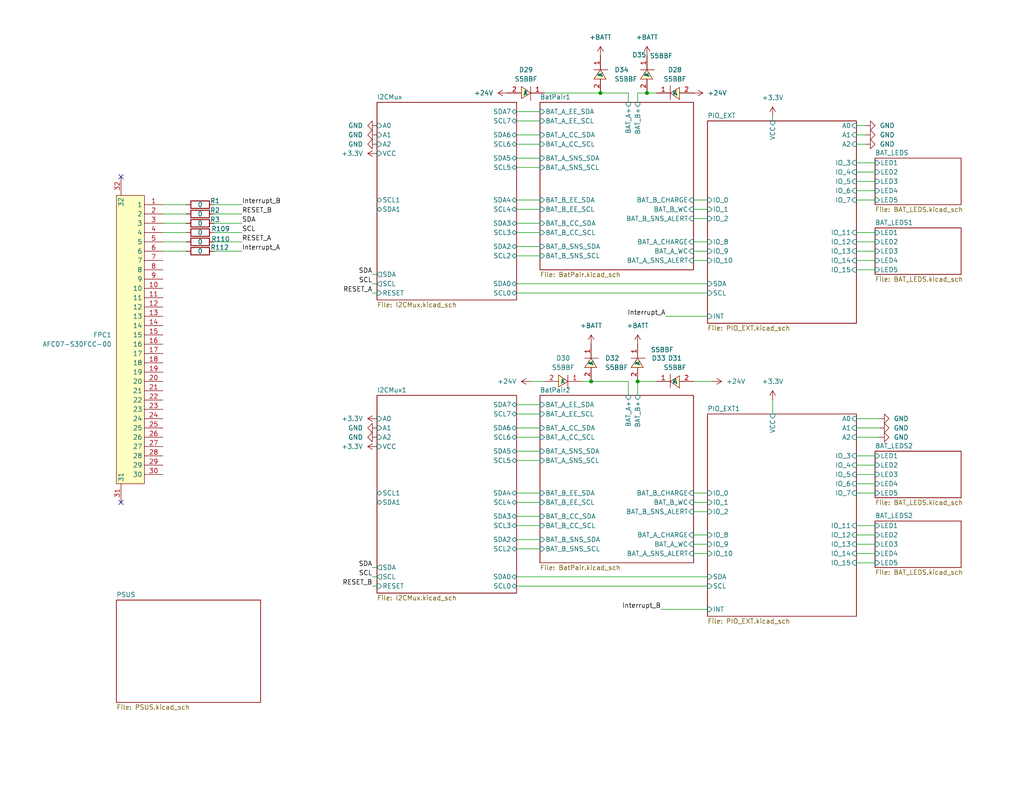
<source format=kicad_sch>
(kicad_sch (version 20250114) (generator "eeschema") (generator_version "9.0")
  (paper "A")
  (lib_symbols
    (symbol "COMPONENTS:AFC07-S30FCC-00"
      (property "Reference" "FPC" (at 0 49.53 0))
      (property "Value" "AFC07-S30FCC-00" (at 0 -49.53 0))
      (symbol "AFC07-S30FCC-00_0_1"
        (rectangle (start -1.27 39.37) (end 6.35 -39.37) (fill (type background)))
        (pin unspecified line (at -6.35 36.83 0) (length 5.08) (name "1") (number "1"))
        (pin unspecified line (at -6.35 34.29 0) (length 5.08) (name "2") (number "2"))
        (pin unspecified line (at -6.35 31.75 0) (length 5.08) (name "3") (number "3"))
        (pin unspecified line (at -6.35 29.21 0) (length 5.08) (name "4") (number "4"))
        (pin unspecified line (at -6.35 26.67 0) (length 5.08) (name "5") (number "5"))
        (pin unspecified line (at -6.35 24.13 0) (length 5.08) (name "6") (number "6"))
        (pin unspecified line (at -6.35 21.59 0) (length 5.08) (name "7") (number "7"))
        (pin unspecified line (at -6.35 19.05 0) (length 5.08) (name "8") (number "8"))
        (pin unspecified line (at -6.35 16.51 0) (length 5.08) (name "9") (number "9"))
        (pin unspecified line (at -6.35 13.97 0) (length 5.08) (name "10") (number "10"))
        (pin unspecified line (at -6.35 11.43 0) (length 5.08) (name "11") (number "11"))
        (pin unspecified line (at -6.35 8.89 0) (length 5.08) (name "12") (number "12"))
        (pin unspecified line (at -6.35 6.35 0) (length 5.08) (name "13") (number "13"))
        (pin unspecified line (at -6.35 3.81 0) (length 5.08) (name "14") (number "14"))
        (pin unspecified line (at -6.35 1.27 0) (length 5.08) (name "15") (number "15"))
        (pin unspecified line (at -6.35 -1.27 0) (length 5.08) (name "16") (number "16"))
        (pin unspecified line (at -6.35 -3.81 0) (length 5.08) (name "17") (number "17"))
        (pin unspecified line (at -6.35 -6.35 0) (length 5.08) (name "18") (number "18"))
        (pin unspecified line (at -6.35 -8.89 0) (length 5.08) (name "19") (number "19"))
        (pin unspecified line (at -6.35 -11.43 0) (length 5.08) (name "20") (number "20"))
        (pin unspecified line (at -6.35 -13.97 0) (length 5.08) (name "21") (number "21"))
        (pin unspecified line (at -6.35 -16.51 0) (length 5.08) (name "22") (number "22"))
        (pin unspecified line (at -6.35 -19.05 0) (length 5.08) (name "23") (number "23"))
        (pin unspecified line (at -6.35 -21.59 0) (length 5.08) (name "24") (number "24"))
        (pin unspecified line (at -6.35 -24.13 0) (length 5.08) (name "25") (number "25"))
        (pin unspecified line (at -6.35 -26.67 0) (length 5.08) (name "26") (number "26"))
        (pin unspecified line (at -6.35 -29.21 0) (length 5.08) (name "27") (number "27"))
        (pin unspecified line (at -6.35 -31.75 0) (length 5.08) (name "28") (number "28"))
        (pin unspecified line (at -6.35 -34.29 0) (length 5.08) (name "29") (number "29"))
        (pin unspecified line (at -6.35 -36.83 0) (length 5.08) (name "30") (number "30"))
        (pin unspecified line (at 5.08 44.45 270) (length 5.08) (name "32") (number "32"))
        (pin unspecified line (at 5.08 -44.45 90) (length 5.08) (name "31") (number "31"))
      )
    )
    (symbol "COMPONENTS:S5BBF"
      (property "Reference" "D" (at 0 5.08 0))
      (property "Value" "S5BBF" (at 0 -5.08 0))
      (symbol "S5BBF_0_1"
        (polyline (pts (xy -1.27 2.03) (xy -1.27 0) (xy -1.27 -1.78)))
        (polyline (pts (xy 1.27 1.52) (xy -1.27 0) (xy 1.27 -1.78) (xy 1.27 1.52)) (fill (type background)))
        (pin unspecified line (at -5.08 0 0) (length 3.81) (name "K") (number "1"))
        (pin unspecified line (at 5.08 0 180) (length 3.81) (name "A") (number "2"))
      )
    )
    (symbol "Device:R" (pin_numbers (hide yes)) (pin_names (offset 0))
      (property "Reference" "R" (at 2.032 0 90))
      (property "Value" "R" (at 0 0 90))
      (symbol "R_0_1"
        (rectangle (start -1.016 -2.54) (end 1.016 2.54) (stroke (width 0.254)))
      )
      (symbol "R_1_1"
        (pin passive line (at 0 3.81 270) (length 1.27) (name "~") (number "1"))
        (pin passive line (at 0 -3.81 90) (length 1.27) (name "~") (number "2"))
      )
    )
    (symbol "power:+24V" (power) (pin_numbers (hide yes)) (pin_names (offset 0) (hide yes))
      (property "Value" "+24V" (at 0 3.556 0))
      (symbol "+24V_0_1"
        (polyline (pts (xy -0.762 1.27) (xy 0 2.54)))
        (polyline (pts (xy 0 2.54) (xy 0.762 1.27)))
        (polyline (pts (xy 0 0) (xy 0 2.54)))
      )
      (symbol "+24V_1_1"
        (pin power_in line (at 0 0 90) (length 0) (name "~") (number "1"))
      )
    )
    (symbol "power:+3.3V" (power) (pin_numbers (hide yes)) (pin_names (offset 0) (hide yes))
      (property "Value" "+3.3V" (at 0 3.556 0))
      (symbol "+3.3V_0_1"
        (polyline (pts (xy -0.762 1.27) (xy 0 2.54)))
        (polyline (pts (xy 0 2.54) (xy 0.762 1.27)))
        (polyline (pts (xy 0 0) (xy 0 2.54)))
      )
      (symbol "+3.3V_1_1"
        (pin power_in line (at 0 0 90) (length 0) (name "~") (number "1"))
      )
    )
    (symbol "power:+BATT" (power) (pin_numbers (hide yes)) (pin_names (offset 0) (hide yes))
      (property "Value" "+BATT" (at 0 3.556 0))
      (symbol "+BATT_0_1"
        (polyline (pts (xy -0.762 1.27) (xy 0 2.54)))
        (polyline (pts (xy 0 2.54) (xy 0.762 1.27)))
        (polyline (pts (xy 0 0) (xy 0 2.54)))
      )
      (symbol "+BATT_1_1"
        (pin power_in line (at 0 0 90) (length 0) (name "~") (number "1"))
      )
    )
    (symbol "power:GND" (power) (pin_numbers (hide yes)) (pin_names (offset 0) (hide yes))
      (property "Value" "GND" (at 0 -3.81 0))
      (symbol "GND_0_1"
        (polyline (pts (xy 0 0) (xy 0 -1.27) (xy 1.27 -1.27) (xy 0 -2.54) (xy -1.27 -1.27) (xy 0 -1.27)))
      )
      (symbol "GND_1_1"
        (pin power_in line (at 0 0 270) (length 0) (name "~") (number "1"))
      )
    )
  )
  (junction (at 163.83 25.4))
  (junction (at 161.29 104.14))
  (junction (at 173.99 104.14))
  (junction (at 176.53 25.4))
  (no_connect (at 33.02 137.16))
  (no_connect (at 33.02 48.26))
  (wire (pts (xy 140.97 54.61) (xy 147.32 54.61)))
  (wire (pts (xy 140.97 36.83) (xy 147.32 36.83)))
  (wire (pts (xy 173.99 104.14) (xy 173.99 107.95)))
  (wire (pts (xy 240.03 116.84) (xy 233.68 116.84)))
  (wire (pts (xy 140.97 63.5) (xy 147.32 63.5)))
  (wire (pts (xy 236.22 36.83) (xy 233.68 36.83)))
  (wire (pts (xy 189.23 151.13) (xy 193.04 151.13)))
  (wire (pts (xy 233.68 63.5) (xy 238.76 63.5)))
  (wire (pts (xy 140.97 140.97) (xy 147.32 140.97)))
  (wire (pts (xy 50.8 68.58) (xy 44.45 68.58)))
  (wire (pts (xy 140.97 77.47) (xy 193.04 77.47)))
  (wire (pts (xy 179.07 25.4) (xy 176.53 25.4)))
  (wire (pts (xy 101.6 157.48) (xy 102.87 157.48)))
  (wire (pts (xy 144.78 104.14) (xy 148.59 104.14)))
  (wire (pts (xy 179.07 104.14) (xy 173.99 104.14)))
  (wire (pts (xy 140.97 33.02) (xy 147.32 33.02)))
  (wire (pts (xy 236.22 34.29) (xy 233.68 34.29)))
  (wire (pts (xy 140.97 149.86) (xy 147.32 149.86)))
  (wire (pts (xy 189.23 57.15) (xy 193.04 57.15)))
  (wire (pts (xy 158.75 104.14) (xy 161.29 104.14)))
  (wire (pts (xy 189.23 104.14) (xy 194.31 104.14)))
  (wire (pts (xy 233.68 127) (xy 238.76 127)))
  (wire (pts (xy 66.04 63.5) (xy 58.42 63.5)))
  (wire (pts (xy 233.68 46.99) (xy 238.76 46.99)))
  (wire (pts (xy 189.23 139.7) (xy 193.04 139.7)))
  (wire (pts (xy 240.03 119.38) (xy 233.68 119.38)))
  (wire (pts (xy 140.97 157.48) (xy 193.04 157.48)))
  (wire (pts (xy 140.97 39.37) (xy 147.32 39.37)))
  (wire (pts (xy 58.42 55.88) (xy 66.04 55.88)))
  (wire (pts (xy 140.97 45.72) (xy 147.32 45.72)))
  (wire (pts (xy 233.68 146.05) (xy 238.76 146.05)))
  (wire (pts (xy 189.23 148.59) (xy 193.04 148.59)))
  (wire (pts (xy 140.97 60.96) (xy 147.32 60.96)))
  (wire (pts (xy 233.68 132.08) (xy 238.76 132.08)))
  (wire (pts (xy 66.04 66.04) (xy 58.42 66.04)))
  (wire (pts (xy 140.97 43.18) (xy 147.32 43.18)))
  (wire (pts (xy 140.97 116.84) (xy 147.32 116.84)))
  (wire (pts (xy 140.97 147.32) (xy 147.32 147.32)))
  (wire (pts (xy 44.45 55.88) (xy 50.8 55.88)))
  (wire (pts (xy 66.04 58.42) (xy 58.42 58.42)))
  (wire (pts (xy 233.68 148.59) (xy 238.76 148.59)))
  (wire (pts (xy 233.68 52.07) (xy 238.76 52.07)))
  (wire (pts (xy 233.68 134.62) (xy 238.76 134.62)))
  (wire (pts (xy 233.68 129.54) (xy 238.76 129.54)))
  (wire (pts (xy 50.8 63.5) (xy 44.45 63.5)))
  (wire (pts (xy 233.68 151.13) (xy 238.76 151.13)))
  (wire (pts (xy 148.59 25.4) (xy 163.83 25.4)))
  (wire (pts (xy 189.23 134.62) (xy 193.04 134.62)))
  (wire (pts (xy 101.6 80.01) (xy 102.87 80.01)))
  (wire (pts (xy 66.04 68.58) (xy 58.42 68.58)))
  (wire (pts (xy 171.45 104.14) (xy 171.45 107.95)))
  (wire (pts (xy 140.97 57.15) (xy 147.32 57.15)))
  (wire (pts (xy 140.97 67.31) (xy 147.32 67.31)))
  (wire (pts (xy 140.97 123.19) (xy 147.32 123.19)))
  (wire (pts (xy 140.97 30.48) (xy 147.32 30.48)))
  (wire (pts (xy 233.68 153.67) (xy 238.76 153.67)))
  (wire (pts (xy 233.68 124.46) (xy 238.76 124.46)))
  (wire (pts (xy 233.68 49.53) (xy 238.76 49.53)))
  (wire (pts (xy 140.97 137.16) (xy 147.32 137.16)))
  (wire (pts (xy 176.53 25.4) (xy 173.99 25.4)))
  (wire (pts (xy 189.23 68.58) (xy 193.04 68.58)))
  (wire (pts (xy 140.97 134.62) (xy 147.32 134.62)))
  (wire (pts (xy 140.97 143.51) (xy 147.32 143.51)))
  (wire (pts (xy 140.97 119.38) (xy 147.32 119.38)))
  (wire (pts (xy 236.22 39.37) (xy 233.68 39.37)))
  (wire (pts (xy 50.8 60.96) (xy 44.45 60.96)))
  (wire (pts (xy 140.97 125.73) (xy 147.32 125.73)))
  (wire (pts (xy 173.99 25.4) (xy 173.99 27.94)))
  (wire (pts (xy 233.68 66.04) (xy 238.76 66.04)))
  (wire (pts (xy 189.23 59.69) (xy 193.04 59.69)))
  (wire (pts (xy 101.6 77.47) (xy 102.87 77.47)))
  (wire (pts (xy 101.6 74.93) (xy 102.87 74.93)))
  (wire (pts (xy 189.23 146.05) (xy 193.04 146.05)))
  (wire (pts (xy 189.23 54.61) (xy 193.04 54.61)))
  (wire (pts (xy 101.6 160.02) (xy 102.87 160.02)))
  (wire (pts (xy 50.8 66.04) (xy 44.45 66.04)))
  (wire (pts (xy 189.23 137.16) (xy 193.04 137.16)))
  (wire (pts (xy 210.82 109.22) (xy 210.82 113.03)))
  (wire (pts (xy 210.82 31.75) (xy 210.82 33.02)))
  (wire (pts (xy 171.45 25.4) (xy 171.45 27.94)))
  (wire (pts (xy 240.03 114.3) (xy 233.68 114.3)))
  (wire (pts (xy 233.68 71.12) (xy 238.76 71.12)))
  (wire (pts (xy 140.97 80.01) (xy 193.04 80.01)))
  (wire (pts (xy 233.68 44.45) (xy 238.76 44.45)))
  (wire (pts (xy 189.23 71.12) (xy 193.04 71.12)))
  (wire (pts (xy 180.34 166.37) (xy 193.04 166.37)))
  (wire (pts (xy 189.23 66.04) (xy 193.04 66.04)))
  (wire (pts (xy 163.83 25.4) (xy 171.45 25.4)))
  (wire (pts (xy 140.97 113.03) (xy 147.32 113.03)))
  (wire (pts (xy 50.8 58.42) (xy 44.45 58.42)))
  (wire (pts (xy 140.97 160.02) (xy 193.04 160.02)))
  (wire (pts (xy 140.97 69.85) (xy 147.32 69.85)))
  (wire (pts (xy 181.61 86.36) (xy 193.04 86.36)))
  (wire (pts (xy 233.68 68.58) (xy 238.76 68.58)))
  (wire (pts (xy 233.68 54.61) (xy 238.76 54.61)))
  (wire (pts (xy 140.97 110.49) (xy 147.32 110.49)))
  (wire (pts (xy 101.6 154.94) (xy 102.87 154.94)))
  (wire (pts (xy 161.29 104.14) (xy 171.45 104.14)))
  (wire (pts (xy 233.68 73.66) (xy 238.76 73.66)))
  (wire (pts (xy 66.04 60.96) (xy 58.42 60.96)))
  (wire (pts (xy 233.68 143.51) (xy 238.76 143.51)))
  (label "RESET_B" (at 101.6 160.02 180))
  (label "SDA" (at 101.6 154.94 180))
  (label "RESET_A" (at 66.04 66.04 0))
  (label "RESET_A" (at 101.6 80.01 180))
  (label "RESET_B" (at 66.04 58.42 0))
  (label "Interrupt_B" (at 66.04 55.88 0))
  (label "SCL" (at 66.04 63.5 0))
  (label "Interrupt_B" (at 180.34 166.37 180))
  (label "SDA" (at 66.04 60.96 0))
  (label "Interrupt_A" (at 181.61 86.36 180))
  (label "SDA" (at 101.6 74.93 180))
  (label "SCL" (at 101.6 157.48 180))
  (label "SCL" (at 101.6 77.47 180))
  (label "Interrupt_A" (at 66.04 68.58 0))
  (symbol (lib_id "COMPONENTS:S5BBF") (at 161.29 99.06 270) (unit 1)
    (property "Reference" "D32" (at 165.1 97.7899 90) (effects (justify left)))
    (property "Value" "S5BBF" (at 165.1 100.3299 90) (effects (justify left)))
    (property "Footprint" "COMPONENTS:SMBF_L4.3-W3.6-LS5.3-RD" (effects (hide yes)))
    (property "Datasheet" "https://lcsc.com/product-detail/New-Quadratic-Unclassified-Data_Shikues-S5BBF_C475750.html" (effects (hide yes)))
    (property "LCSC Part" "C475750" (effects (hide yes)))
  )
  (symbol (lib_id "Device:R") (at 54.61 63.5 90) (unit 1)
    (property "Reference" "R109" (at 60.198 62.484 90))
    (property "Value" "0" (at 54.61 63.5 90))
    (property "Footprint" "Resistor_SMD:R_1206_3216Metric_Pad1.30x1.75mm_HandSolder" (effects (hide yes)))
    (property "Description" "Resistor" (effects (hide yes)))
  )
  (symbol (lib_id "power:+3.3V") (at 102.87 121.92 90) (unit 1)
    (property "Reference" "#PWR095" (effects (hide yes)))
    (property "Value" "+3.3V" (at 99.06 121.9199 90) (effects (justify left)))
    (property "Description" "Power symbol creates a global label with name \"+3.3V\"" (effects (hide yes)))
  )
  (symbol (lib_id "COMPONENTS:S5BBF") (at 173.99 99.06 270) (unit 1)
    (property "Reference" "D33" (at 177.8 97.7899 90) (effects (justify left)))
    (property "Value" "S5BBF" (at 177.546 95.504 90) (effects (justify left)))
    (property "Footprint" "COMPONENTS:SMBF_L4.3-W3.6-LS5.3-RD" (effects (hide yes)))
    (property "Datasheet" "https://lcsc.com/product-detail/New-Quadratic-Unclassified-Data_Shikues-S5BBF_C475750.html" (effects (hide yes)))
    (property "LCSC Part" "C475750" (effects (hide yes)))
  )
  (symbol (lib_id "power:+24V") (at 194.31 104.14 270) (unit 1)
    (property "Reference" "#PWR0124" (effects (hide yes)))
    (property "Value" "+24V" (at 198.12 104.1401 90) (effects (justify left)))
    (property "Description" "Power symbol creates a global label with name \"+24V\"" (effects (hide yes)))
  )
  (symbol (lib_id "power:+BATT") (at 163.83 15.24 0) (unit 1)
    (property "Reference" "#PWR0127" (effects (hide yes)))
    (property "Value" "+BATT" (at 163.83 10.16 0))
    (property "Description" "Power symbol creates a global label with name \"+BATT\"" (effects (hide yes)))
  )
  (symbol (lib_id "COMPONENTS:S5BBF") (at 184.15 25.4 0) (unit 1)
    (property "Reference" "D28" (at 184.15 19.05 0))
    (property "Value" "S5BBF" (at 184.15 21.59 0))
    (property "Footprint" "COMPONENTS:SMBF_L4.3-W3.6-LS5.3-RD" (effects (hide yes)))
    (property "Datasheet" "https://lcsc.com/product-detail/New-Quadratic-Unclassified-Data_Shikues-S5BBF_C475750.html" (effects (hide yes)))
    (property "LCSC Part" "C475750" (effects (hide yes)))
  )
  (symbol (lib_id "power:+3.3V") (at 210.82 31.75 0) (unit 1)
    (property "Reference" "#PWR02" (effects (hide yes)))
    (property "Value" "+3.3V" (at 210.82 26.67 0))
    (property "Description" "Power symbol creates a global label with name \"+3.3V\"" (effects (hide yes)))
  )
  (symbol (lib_id "power:+24V") (at 144.78 104.14 90) (unit 1)
    (property "Reference" "#PWR0123" (effects (hide yes)))
    (property "Value" "+24V" (at 140.97 104.1399 90) (effects (justify left)))
    (property "Description" "Power symbol creates a global label with name \"+24V\"" (effects (hide yes)))
  )
  (symbol (lib_id "Device:R") (at 54.61 60.96 90) (unit 1)
    (property "Reference" "R3" (at 58.674 59.944 90))
    (property "Value" "0" (at 54.61 60.96 90))
    (property "Footprint" "Resistor_SMD:R_1206_3216Metric_Pad1.30x1.75mm_HandSolder" (effects (hide yes)))
    (property "Description" "Resistor" (effects (hide yes)))
  )
  (symbol (lib_id "power:+3.3V") (at 102.87 41.91 90) (unit 1)
    (property "Reference" "#PWR07" (effects (hide yes)))
    (property "Value" "+3.3V" (at 99.06 41.9099 90) (effects (justify left)))
    (property "Description" "Power symbol creates a global label with name \"+3.3V\"" (effects (hide yes)))
  )
  (symbol (lib_id "power:GND") (at 240.03 114.3 90) (unit 1)
    (property "Reference" "#PWR0144" (effects (hide yes)))
    (property "Value" "GND" (at 243.84 114.2999 90) (effects (justify right)))
    (property "Description" "Power symbol creates a global label with name \"GND\" , ground" (effects (hide yes)))
  )
  (symbol (lib_id "power:GND") (at 102.87 36.83 270) (mirror x) (unit 1)
    (property "Reference" "#PWR09" (effects (hide yes)))
    (property "Value" "GND" (at 99.06 36.8299 90) (effects (justify right)))
    (property "Description" "Power symbol creates a global label with name \"GND\" , ground" (effects (hide yes)))
  )
  (symbol (lib_id "power:GND") (at 102.87 34.29 270) (mirror x) (unit 1)
    (property "Reference" "#PWR08" (effects (hide yes)))
    (property "Value" "GND" (at 99.06 34.2899 90) (effects (justify right)))
    (property "Description" "Power symbol creates a global label with name \"GND\" , ground" (effects (hide yes)))
  )
  (symbol (lib_id "power:GND") (at 236.22 36.83 90) (unit 1)
    (property "Reference" "#PWR04" (effects (hide yes)))
    (property "Value" "GND" (at 240.03 36.8299 90) (effects (justify right)))
    (property "Description" "Power symbol creates a global label with name \"GND\" , ground" (effects (hide yes)))
  )
  (symbol (lib_id "power:+BATT") (at 161.29 93.98 0) (unit 1)
    (property "Reference" "#PWR0120" (effects (hide yes)))
    (property "Value" "+BATT" (at 161.29 88.9 0))
    (property "Description" "Power symbol creates a global label with name \"+BATT\"" (effects (hide yes)))
  )
  (symbol (lib_id "COMPONENTS:S5BBF") (at 163.83 20.32 270) (unit 1)
    (property "Reference" "D34" (at 167.64 19.0499 90) (effects (justify left)))
    (property "Value" "S5BBF" (at 167.64 21.5899 90) (effects (justify left)))
    (property "Footprint" "COMPONENTS:SMBF_L4.3-W3.6-LS5.3-RD" (effects (hide yes)))
    (property "Datasheet" "https://lcsc.com/product-detail/New-Quadratic-Unclassified-Data_Shikues-S5BBF_C475750.html" (effects (hide yes)))
    (property "LCSC Part" "C475750" (effects (hide yes)))
  )
  (symbol (lib_id "power:GND") (at 102.87 116.84 270) (mirror x) (unit 1)
    (property "Reference" "#PWR093" (effects (hide yes)))
    (property "Value" "GND" (at 99.06 116.8399 90) (effects (justify right)))
    (property "Description" "Power symbol creates a global label with name \"GND\" , ground" (effects (hide yes)))
  )
  (symbol (lib_id "COMPONENTS:S5BBF") (at 153.67 104.14 180) (unit 1)
    (property "Reference" "D30" (at 153.67 97.79 0))
    (property "Value" "S5BBF" (at 153.67 100.33 0))
    (property "Footprint" "COMPONENTS:SMBF_L4.3-W3.6-LS5.3-RD" (effects (hide yes)))
    (property "Datasheet" "https://lcsc.com/product-detail/New-Quadratic-Unclassified-Data_Shikues-S5BBF_C475750.html" (effects (hide yes)))
    (property "LCSC Part" "C475750" (effects (hide yes)))
  )
  (symbol (lib_id "COMPONENTS:S5BBF") (at 184.15 104.14 0) (unit 1)
    (property "Reference" "D31" (at 184.15 97.79 0))
    (property "Value" "S5BBF" (at 184.15 100.33 0))
    (property "Footprint" "COMPONENTS:SMBF_L4.3-W3.6-LS5.3-RD" (effects (hide yes)))
    (property "Datasheet" "https://lcsc.com/product-detail/New-Quadratic-Unclassified-Data_Shikues-S5BBF_C475750.html" (effects (hide yes)))
    (property "LCSC Part" "C475750" (effects (hide yes)))
  )
  (symbol (lib_id "power:+BATT") (at 173.99 93.98 0) (unit 1)
    (property "Reference" "#PWR0119" (effects (hide yes)))
    (property "Value" "+BATT" (at 173.99 88.9 0))
    (property "Description" "Power symbol creates a global label with name \"+BATT\"" (effects (hide yes)))
  )
  (symbol (lib_id "power:+3.3V") (at 102.87 114.3 90) (unit 1)
    (property "Reference" "#PWR0179" (effects (hide yes)))
    (property "Value" "+3.3V" (at 99.06 114.2999 90) (effects (justify left)))
    (property "Description" "Power symbol creates a global label with name \"+3.3V\"" (effects (hide yes)))
  )
  (symbol (lib_id "Device:R") (at 54.61 68.58 90) (unit 1)
    (property "Reference" "R112" (at 59.944 67.564 90))
    (property "Value" "0" (at 54.61 68.58 90))
    (property "Footprint" "Resistor_SMD:R_1206_3216Metric_Pad1.30x1.75mm_HandSolder" (effects (hide yes)))
    (property "Description" "Resistor" (effects (hide yes)))
  )
  (symbol (lib_id "power:GND") (at 102.87 119.38 270) (mirror x) (unit 1)
    (property "Reference" "#PWR094" (effects (hide yes)))
    (property "Value" "GND" (at 99.06 119.3799 90) (effects (justify right)))
    (property "Description" "Power symbol creates a global label with name \"GND\" , ground" (effects (hide yes)))
  )
  (symbol (lib_id "power:GND") (at 236.22 39.37 90) (unit 1)
    (property "Reference" "#PWR03" (effects (hide yes)))
    (property "Value" "GND" (at 240.03 39.3699 90) (effects (justify right)))
    (property "Description" "Power symbol creates a global label with name \"GND\" , ground" (effects (hide yes)))
  )
  (symbol (lib_id "Device:R") (at 54.61 66.04 90) (unit 1)
    (property "Reference" "R110" (at 60.198 65.278 90))
    (property "Value" "0" (at 54.61 66.04 90))
    (property "Footprint" "Resistor_SMD:R_1206_3216Metric_Pad1.30x1.75mm_HandSolder" (effects (hide yes)))
    (property "Description" "Resistor" (effects (hide yes)))
  )
  (symbol (lib_id "COMPONENTS:S5BBF") (at 176.53 20.32 270) (unit 1)
    (property "Reference" "D35" (at 172.466 14.986 90) (effects (justify left)))
    (property "Value" "S5BBF" (at 177.292 15.24 90) (effects (justify left)))
    (property "Footprint" "COMPONENTS:SMBF_L4.3-W3.6-LS5.3-RD" (effects (hide yes)))
    (property "Datasheet" "https://lcsc.com/product-detail/New-Quadratic-Unclassified-Data_Shikues-S5BBF_C475750.html" (effects (hide yes)))
    (property "LCSC Part" "C475750" (effects (hide yes)))
  )
  (symbol (lib_id "power:+24V") (at 138.43 25.4 90) (unit 1)
    (property "Reference" "#PWR0121" (effects (hide yes)))
    (property "Value" "+24V" (at 134.62 25.3999 90) (effects (justify left)))
    (property "Description" "Power symbol creates a global label with name \"+24V\"" (effects (hide yes)))
  )
  (symbol (lib_id "power:+3.3V") (at 210.82 109.22 0) (unit 1)
    (property "Reference" "#PWR0142" (effects (hide yes)))
    (property "Value" "+3.3V" (at 210.82 104.14 0))
    (property "Description" "Power symbol creates a global label with name \"+3.3V\"" (effects (hide yes)))
  )
  (symbol (lib_id "Device:R") (at 54.61 55.88 90) (unit 1)
    (property "Reference" "R1" (at 58.674 54.864 90))
    (property "Value" "0" (at 54.61 55.88 90))
    (property "Footprint" "Resistor_SMD:R_1206_3216Metric_Pad1.30x1.75mm_HandSolder" (effects (hide yes)))
    (property "Description" "Resistor" (effects (hide yes)))
  )
  (symbol (lib_id "power:+BATT") (at 176.53 15.24 0) (unit 1)
    (property "Reference" "#PWR0128" (effects (hide yes)))
    (property "Value" "+BATT" (at 176.53 10.16 0))
    (property "Description" "Power symbol creates a global label with name \"+BATT\"" (effects (hide yes)))
  )
  (symbol (lib_id "power:GND") (at 240.03 119.38 90) (unit 1)
    (property "Reference" "#PWR0146" (effects (hide yes)))
    (property "Value" "GND" (at 243.84 119.3799 90) (effects (justify right)))
    (property "Description" "Power symbol creates a global label with name \"GND\" , ground" (effects (hide yes)))
  )
  (symbol (lib_id "power:GND") (at 102.87 39.37 270) (mirror x) (unit 1)
    (property "Reference" "#PWR010" (effects (hide yes)))
    (property "Value" "GND" (at 99.06 39.3699 90) (effects (justify right)))
    (property "Description" "Power symbol creates a global label with name \"GND\" , ground" (effects (hide yes)))
  )
  (symbol (lib_id "COMPONENTS:AFC07-S30FCC-00") (at 38.1 92.71 0) (mirror y) (unit 1)
    (property "Reference" "FPC1" (at 30.48 91.4399 0) (effects (justify left)))
    (property "Value" "AFC07-S30FCC-00" (at 30.48 93.9799 0) (effects (justify left)))
    (property "Footprint" "COMPONENTS:FPC-SMD_P0.50-30P_LCSXJ-H2.0" (effects (hide yes)))
    (property "Datasheet" "https://lcsc.com/product-detail/Others_JUSHUO-AFC07-S30FCC-00_C262218.html" (effects (hide yes)))
    (property "LCSC Part" "C262218" (effects (hide yes)))
  )
  (symbol (lib_id "COMPONENTS:S5BBF") (at 143.51 25.4 180) (unit 1)
    (property "Reference" "D29" (at 143.51 19.05 0))
    (property "Value" "S5BBF" (at 143.51 21.59 0))
    (property "Footprint" "COMPONENTS:SMBF_L4.3-W3.6-LS5.3-RD" (effects (hide yes)))
    (property "Datasheet" "https://lcsc.com/product-detail/New-Quadratic-Unclassified-Data_Shikues-S5BBF_C475750.html" (effects (hide yes)))
    (property "LCSC Part" "C475750" (effects (hide yes)))
  )
  (symbol (lib_id "power:+24V") (at 189.23 25.4 270) (unit 1)
    (property "Reference" "#PWR0122" (effects (hide yes)))
    (property "Value" "+24V" (at 193.04 25.4001 90) (effects (justify left)))
    (property "Description" "Power symbol creates a global label with name \"+24V\"" (effects (hide yes)))
  )
  (symbol (lib_id "power:GND") (at 240.03 116.84 90) (unit 1)
    (property "Reference" "#PWR0145" (effects (hide yes)))
    (property "Value" "GND" (at 243.84 116.8399 90) (effects (justify right)))
    (property "Description" "Power symbol creates a global label with name \"GND\" , ground" (effects (hide yes)))
  )
  (symbol (lib_id "power:GND") (at 236.22 34.29 90) (unit 1)
    (property "Reference" "#PWR05" (effects (hide yes)))
    (property "Value" "GND" (at 240.03 34.2899 90) (effects (justify right)))
    (property "Description" "Power symbol creates a global label with name \"GND\" , ground" (effects (hide yes)))
  )
  (symbol (lib_id "Device:R") (at 54.61 58.42 90) (unit 1)
    (property "Reference" "R2" (at 58.674 57.404 90))
    (property "Value" "0" (at 54.61 58.42 90))
    (property "Footprint" "Resistor_SMD:R_1206_3216Metric_Pad1.30x1.75mm_HandSolder" (effects (hide yes)))
    (property "Description" "Resistor" (effects (hide yes)))
  )
  (sheet (at 193.04 113.03) (size 40.64 55.245) (stroke (width 0.1524))
    (property "Sheetname" "PIO_EXT1" (at 193.04 112.3184 0) (effects (justify left bottom)))
    (property "Sheetfile" "PIO_EXT.kicad_sch" (at 193.04 168.8596 0) (effects (justify left top)))
    (pin "A0" input (at 233.68 114.3 0))
    (pin "A1" input (at 233.68 116.84 0))
    (pin "A2" input (at 233.68 119.38 0))
    (pin "INT" input (at 193.04 166.37 180))
    (pin "IO_0" input (at 193.04 134.62 180))
    (pin "IO_1" input (at 193.04 137.16 180))
    (pin "IO_2" input (at 193.04 139.7 180))
    (pin "IO_3" input (at 233.68 124.46 0))
    (pin "IO_4" input (at 233.68 127 0))
    (pin "IO_5" input (at 233.68 129.54 0))
    (pin "IO_6" input (at 233.68 132.08 0))
    (pin "IO_7" input (at 233.68 134.62 0))
    (pin "IO_8" input (at 193.04 146.05 180))
    (pin "IO_9" input (at 193.04 148.59 180))
    (pin "IO_10" input (at 193.04 151.13 180))
    (pin "IO_11" input (at 233.68 143.51 0))
    (pin "IO_12" input (at 233.68 146.05 0))
    (pin "IO_13" input (at 233.68 148.59 0))
    (pin "IO_14" input (at 233.68 151.13 0))
    (pin "IO_15" input (at 233.68 153.67 0))
    (pin "SCL" input (at 193.04 160.02 180))
    (pin "SDA" input (at 193.04 157.48 180))
    (pin "VCC" input (at 210.82 113.03 90))
  )
  (sheet (at 238.76 123.19) (size 23.495 12.7) (stroke (width 0.1524))
    (property "Sheetname" "BAT_LEDS2" (at 238.76 122.4784 0) (effects (justify left bottom)))
    (property "Sheetfile" "BAT_LEDS.kicad_sch" (at 238.76 136.4746 0) (effects (justify left top)))
    (pin "LED1" input (at 238.76 124.46 180))
    (pin "LED2" input (at 238.76 127 180))
    (pin "LED3" input (at 238.76 129.54 180))
    (pin "LED4" input (at 238.76 132.08 180))
    (pin "LED5" input (at 238.76 134.62 180))
  )
  (sheet (at 102.87 107.95) (size 38.1 53.975) (stroke (width 0.1524))
    (property "Sheetname" "I2CMux1" (at 102.87 107.2384 0) (effects (justify left bottom)))
    (property "Sheetfile" "I2CMux.kicad_sch" (at 102.87 162.5096 0) (effects (justify left top)))
    (pin "A0" input (at 102.87 114.3 180))
    (pin "A1" input (at 102.87 116.84 180))
    (pin "A2" input (at 102.87 119.38 180))
    (pin "RESET" input (at 102.87 160.02 180))
    (pin "SCL" output (at 102.87 157.48 180))
    (pin "SCL0" bidirectional (at 140.97 160.02 0))
    (pin "SCL1" bidirectional (at 102.87 134.62 180))
    (pin "SCL2" bidirectional (at 140.97 149.86 0))
    (pin "SCL3" bidirectional (at 140.97 143.51 0))
    (pin "SCL4" bidirectional (at 140.97 137.16 0))
    (pin "SCL5" bidirectional (at 140.97 125.73 0))
    (pin "SCL6" bidirectional (at 140.97 119.38 0))
    (pin "SCL7" bidirectional (at 140.97 113.03 0))
    (pin "SDA" output (at 102.87 154.94 180))
    (pin "SDA0" bidirectional (at 140.97 157.48 0))
    (pin "SDA1" bidirectional (at 102.87 137.16 180))
    (pin "SDA2" bidirectional (at 140.97 147.32 0))
    (pin "SDA3" bidirectional (at 140.97 140.97 0))
    (pin "SDA4" bidirectional (at 140.97 134.62 0))
    (pin "SDA5" bidirectional (at 140.97 123.19 0))
    (pin "SDA6" bidirectional (at 140.97 116.84 0))
    (pin "SDA7" bidirectional (at 140.97 110.49 0))
    (pin "VCC" input (at 102.87 121.92 180))
  )
  (sheet (at 238.76 142.24) (size 23.495 12.7) (stroke (width 0.1524))
    (property "Sheetname" "BAT_LEDS2" (at 238.76 141.5284 0) (effects (justify left bottom)))
    (property "Sheetfile" "BAT_LEDS.kicad_sch" (at 238.76 155.5246 0) (effects (justify left top)))
    (pin "LED1" input (at 238.76 143.51 180))
    (pin "LED2" input (at 238.76 146.05 180))
    (pin "LED3" input (at 238.76 148.59 180))
    (pin "LED4" input (at 238.76 151.13 180))
    (pin "LED5" input (at 238.76 153.67 180))
  )
  (sheet (at 147.32 107.95) (size 41.91 45.72) (stroke (width 0.1524))
    (property "Sheetname" "BatPair2" (at 147.32 107.2384 0) (effects (justify left bottom)))
    (property "Sheetfile" "BatPair.kicad_sch" (at 147.32 154.2546 0) (effects (justify left top)))
    (pin "BAT_A+" input (at 171.45 107.95 90))
    (pin "BAT_A_WC" input (at 189.23 148.59 0))
    (pin "BAT_B_CHARGE" input (at 189.23 134.62 0))
    (pin "BAT_B_WC" input (at 189.23 137.16 0))
    (pin "BAT_A_CHARGE" input (at 189.23 146.05 0))
    (pin "BAT_B+" input (at 173.99 107.95 90))
    (pin "BAT_A_CC_SCL" input (at 147.32 119.38 180))
    (pin "BAT_A_CC_SDA" input (at 147.32 116.84 180))
    (pin "BAT_B_CC_SCL" input (at 147.32 143.51 180))
    (pin "BAT_B_CC_SDA" input (at 147.32 140.97 180))
    (pin "BAT_A_SNS_ALERT" input (at 189.23 151.13 0))
    (pin "BAT_A_SNS_SCL" input (at 147.32 125.73 180))
    (pin "BAT_A_SNS_SDA" input (at 147.32 123.19 180))
    (pin "BAT_B_SNS_ALERT" input (at 189.23 139.7 0))
    (pin "BAT_B_SNS_SCL" input (at 147.32 149.86 180))
    (pin "BAT_B_SNS_SDA" input (at 147.32 147.32 180))
    (pin "BAT_A_EE_SCL" input (at 147.32 113.03 180))
    (pin "BAT_A_EE_SDA" input (at 147.32 110.49 180))
    (pin "BAT_B_EE_SCL" input (at 147.32 137.16 180))
    (pin "BAT_B_EE_SDA" input (at 147.32 134.62 180))
  )
  (sheet (at 238.76 43.18) (size 23.495 12.7) (stroke (width 0.1524))
    (property "Sheetname" "BAT_LEDS" (at 238.76 42.4684 0) (effects (justify left bottom)))
    (property "Sheetfile" "BAT_LEDS.kicad_sch" (at 238.76 56.4646 0) (effects (justify left top)))
    (pin "LED1" input (at 238.76 44.45 180))
    (pin "LED2" input (at 238.76 46.99 180))
    (pin "LED3" input (at 238.76 49.53 180))
    (pin "LED4" input (at 238.76 52.07 180))
    (pin "LED5" input (at 238.76 54.61 180))
  )
  (sheet (at 238.76 62.23) (size 23.495 12.7) (stroke (width 0.1524))
    (property "Sheetname" "BAT_LEDS1" (at 238.76 61.5184 0) (effects (justify left bottom)))
    (property "Sheetfile" "BAT_LEDS.kicad_sch" (at 238.76 75.5146 0) (effects (justify left top)))
    (pin "LED1" input (at 238.76 63.5 180))
    (pin "LED2" input (at 238.76 66.04 180))
    (pin "LED3" input (at 238.76 68.58 180))
    (pin "LED4" input (at 238.76 71.12 180))
    (pin "LED5" input (at 238.76 73.66 180))
  )
  (sheet (at 147.32 27.94) (size 41.91 45.72) (stroke (width 0.1524))
    (property "Sheetname" "BatPair1" (at 147.32 27.2284 0) (effects (justify left bottom)))
    (property "Sheetfile" "BatPair.kicad_sch" (at 147.32 74.2446 0) (effects (justify left top)))
    (pin "BAT_A+" input (at 171.45 27.94 90))
    (pin "BAT_A_WC" input (at 189.23 68.58 0))
    (pin "BAT_B_CHARGE" input (at 189.23 54.61 0))
    (pin "BAT_B_WC" input (at 189.23 57.15 0))
    (pin "BAT_A_CHARGE" input (at 189.23 66.04 0))
    (pin "BAT_B+" input (at 173.99 27.94 90))
    (pin "BAT_A_CC_SCL" input (at 147.32 39.37 180))
    (pin "BAT_A_CC_SDA" input (at 147.32 36.83 180))
    (pin "BAT_B_CC_SCL" input (at 147.32 63.5 180))
    (pin "BAT_B_CC_SDA" input (at 147.32 60.96 180))
    (pin "BAT_A_SNS_ALERT" input (at 189.23 71.12 0))
    (pin "BAT_A_SNS_SCL" input (at 147.32 45.72 180))
    (pin "BAT_A_SNS_SDA" input (at 147.32 43.18 180))
    (pin "BAT_B_SNS_ALERT" input (at 189.23 59.69 0))
    (pin "BAT_B_SNS_SCL" input (at 147.32 69.85 180))
    (pin "BAT_B_SNS_SDA" input (at 147.32 67.31 180))
    (pin "BAT_A_EE_SCL" input (at 147.32 33.02 180))
    (pin "BAT_A_EE_SDA" input (at 147.32 30.48 180))
    (pin "BAT_B_EE_SCL" input (at 147.32 57.15 180))
    (pin "BAT_B_EE_SDA" input (at 147.32 54.61 180))
  )
  (sheet (at 102.87 27.94) (size 38.1 53.975) (stroke (width 0.1524))
    (property "Sheetname" "I2CMux" (at 102.87 27.2284 0) (effects (justify left bottom)))
    (property "Sheetfile" "I2CMux.kicad_sch" (at 102.87 82.4996 0) (effects (justify left top)))
    (pin "A0" input (at 102.87 34.29 180))
    (pin "A1" input (at 102.87 36.83 180))
    (pin "A2" input (at 102.87 39.37 180))
    (pin "RESET" input (at 102.87 80.01 180))
    (pin "SCL" output (at 102.87 77.47 180))
    (pin "SCL0" bidirectional (at 140.97 80.01 0))
    (pin "SCL1" bidirectional (at 102.87 54.61 180))
    (pin "SCL2" bidirectional (at 140.97 69.85 0))
    (pin "SCL3" bidirectional (at 140.97 63.5 0))
    (pin "SCL4" bidirectional (at 140.97 57.15 0))
    (pin "SCL5" bidirectional (at 140.97 45.72 0))
    (pin "SCL6" bidirectional (at 140.97 39.37 0))
    (pin "SCL7" bidirectional (at 140.97 33.02 0))
    (pin "SDA" output (at 102.87 74.93 180))
    (pin "SDA0" bidirectional (at 140.97 77.47 0))
    (pin "SDA1" bidirectional (at 102.87 57.15 180))
    (pin "SDA2" bidirectional (at 140.97 67.31 0))
    (pin "SDA3" bidirectional (at 140.97 60.96 0))
    (pin "SDA4" bidirectional (at 140.97 54.61 0))
    (pin "SDA5" bidirectional (at 140.97 43.18 0))
    (pin "SDA6" bidirectional (at 140.97 36.83 0))
    (pin "SDA7" bidirectional (at 140.97 30.48 0))
    (pin "VCC" input (at 102.87 41.91 180))
  )
  (sheet (at 193.04 33.02) (size 40.64 55.245) (stroke (width 0.1524))
    (property "Sheetname" "PIO_EXT" (at 193.04 32.3084 0) (effects (justify left bottom)))
    (property "Sheetfile" "PIO_EXT.kicad_sch" (at 193.04 88.8496 0) (effects (justify left top)))
    (pin "A0" input (at 233.68 34.29 0))
    (pin "A1" input (at 233.68 36.83 0))
    (pin "A2" input (at 233.68 39.37 0))
    (pin "INT" input (at 193.04 86.36 180))
    (pin "IO_0" input (at 193.04 54.61 180))
    (pin "IO_1" input (at 193.04 57.15 180))
    (pin "IO_2" input (at 193.04 59.69 180))
    (pin "IO_3" input (at 233.68 44.45 0))
    (pin "IO_4" input (at 233.68 46.99 0))
    (pin "IO_5" input (at 233.68 49.53 0))
    (pin "IO_6" input (at 233.68 52.07 0))
    (pin "IO_7" input (at 233.68 54.61 0))
    (pin "IO_8" input (at 193.04 66.04 180))
    (pin "IO_9" input (at 193.04 68.58 180))
    (pin "IO_10" input (at 193.04 71.12 180))
    (pin "IO_11" input (at 233.68 63.5 0))
    (pin "IO_12" input (at 233.68 66.04 0))
    (pin "IO_13" input (at 233.68 68.58 0))
    (pin "IO_14" input (at 233.68 71.12 0))
    (pin "IO_15" input (at 233.68 73.66 0))
    (pin "SCL" input (at 193.04 80.01 180))
    (pin "SDA" input (at 193.04 77.47 180))
    (pin "VCC" input (at 210.82 33.02 90))
  )
  (sheet (at 31.75 163.83) (size 39.37 27.94) (stroke (width 0.1524))
    (property "Sheetname" "PSUS" (at 31.75 163.1184 0) (effects (justify left bottom)))
    (property "Sheetfile" "PSUS.kicad_sch" (at 31.75 192.3546 0) (effects (justify left top)))
  )
)
</source>
